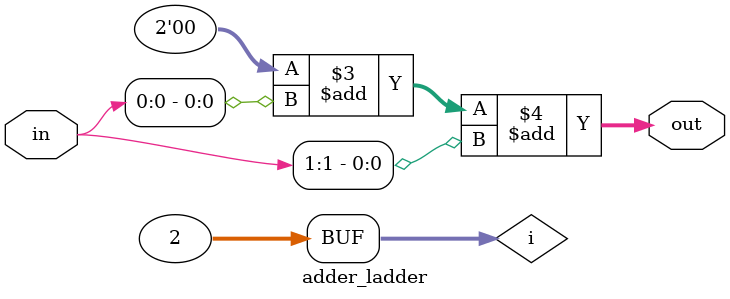
<source format=v>
module adder_ladder #(
    parameter N = 3,
    parameter rank_bits = 2
) (
    input [N-2: 0] in,
    output reg [rank_bits-1 : 0] out
);
    
    integer i;
    always @* begin
        out = 0;
        for (i = 0; i < N-1; i = i + 1) begin : adder_ladder
            out = out + in[i];
        end
    end

endmodule
</source>
